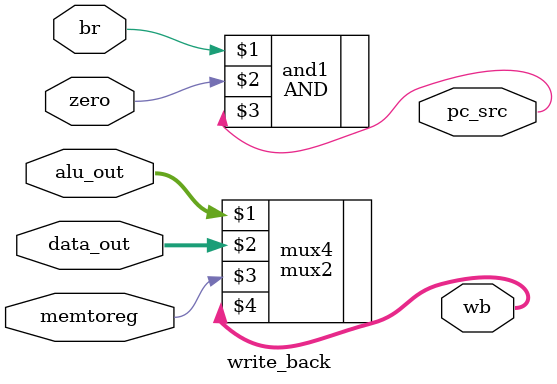
<source format=sv>
module write_back(input logic [31:0]alu_out,
    input logic [31:0]data_out,
    input logic memtoreg,zero,br,
    output logic [31:0]wb,
    output logic pc_src);

mux2 mux4(alu_out,data_out,memtoreg,wb);
AND and1(br,zero,pc_src);
endmodule

</source>
